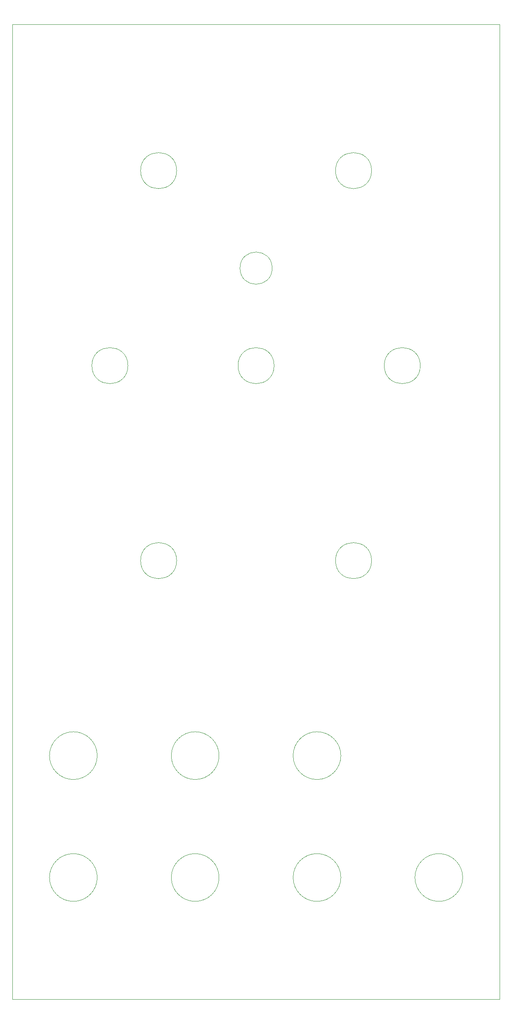
<source format=gm1>
G04 #@! TF.GenerationSoftware,KiCad,Pcbnew,(7.0.0)*
G04 #@! TF.CreationDate,2023-03-06T21:19:05-06:00*
G04 #@! TF.ProjectId,SlopesPanel,536c6f70-6573-4506-916e-656c2e6b6963,rev?*
G04 #@! TF.SameCoordinates,Original*
G04 #@! TF.FileFunction,Profile,NP*
%FSLAX46Y46*%
G04 Gerber Fmt 4.6, Leading zero omitted, Abs format (unit mm)*
G04 Created by KiCad (PCBNEW (7.0.0)) date 2023-03-06 21:19:05*
%MOMM*%
%LPD*%
G01*
G04 APERTURE LIST*
G04 #@! TA.AperFunction,Profile*
%ADD10C,0.100000*%
G04 #@! TD*
G04 #@! TA.AperFunction,Profile*
%ADD11C,0.050000*%
G04 #@! TD*
G04 APERTURE END LIST*
D10*
X300000000Y0D02*
X400000000Y0D01*
X400000000Y0D02*
X400000000Y-200000000D01*
X400000000Y-200000000D02*
X300000000Y-200000000D01*
X300000000Y-200000000D02*
X300000000Y0D01*
D11*
X323700000Y-70000000D02*
G75*
G03*
X323700000Y-70000000I-3700000J0D01*
G01*
X342400000Y-175000000D02*
G75*
G03*
X342400000Y-175000000I-4900000J0D01*
G01*
X367400000Y-150000000D02*
G75*
G03*
X367400000Y-150000000I-4900000J0D01*
G01*
X373700000Y-30000000D02*
G75*
G03*
X373700000Y-30000000I-3700000J0D01*
G01*
X333700000Y-30000000D02*
G75*
G03*
X333700000Y-30000000I-3700000J0D01*
G01*
X333700000Y-110000000D02*
G75*
G03*
X333700000Y-110000000I-3700000J0D01*
G01*
X353700000Y-70000000D02*
G75*
G03*
X353700000Y-70000000I-3700000J0D01*
G01*
X392400000Y-175000000D02*
G75*
G03*
X392400000Y-175000000I-4900000J0D01*
G01*
X367400000Y-175000000D02*
G75*
G03*
X367400000Y-175000000I-4900000J0D01*
G01*
X342400000Y-150000000D02*
G75*
G03*
X342400000Y-150000000I-4900000J0D01*
G01*
X373700000Y-110000000D02*
G75*
G03*
X373700000Y-110000000I-3700000J0D01*
G01*
X317400000Y-175000000D02*
G75*
G03*
X317400000Y-175000000I-4900000J0D01*
G01*
X353300000Y-50000000D02*
G75*
G03*
X353300000Y-50000000I-3300000J0D01*
G01*
X383700000Y-70000000D02*
G75*
G03*
X383700000Y-70000000I-3700000J0D01*
G01*
X317400000Y-150000000D02*
G75*
G03*
X317400000Y-150000000I-4900000J0D01*
G01*
M02*

</source>
